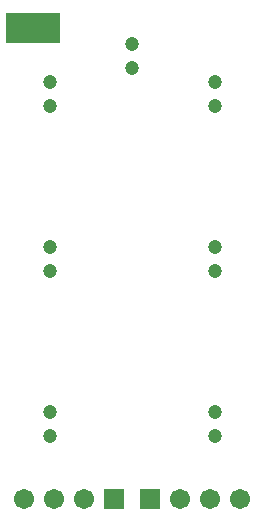
<source format=gbs>
G04*
G04 #@! TF.GenerationSoftware,Altium Limited,Altium Designer,20.1.14 (287)*
G04*
G04 Layer_Color=16711935*
%FSLAX25Y25*%
%MOIN*%
G70*
G04*
G04 #@! TF.SameCoordinates,21C75208-3808-4449-9246-B6B9823AEBA8*
G04*
G04*
G04 #@! TF.FilePolarity,Negative*
G04*
G01*
G75*
%ADD13R,0.18000X0.10000*%
%ADD22C,0.04737*%
%ADD23C,0.06706*%
%ADD24R,0.06706X0.06706*%
D13*
X227000Y299500D02*
D03*
D22*
X287500Y163500D02*
D03*
Y171500D02*
D03*
Y218500D02*
D03*
Y226500D02*
D03*
Y281500D02*
D03*
Y273500D02*
D03*
X260000Y294000D02*
D03*
Y286000D02*
D03*
X232500Y281500D02*
D03*
Y273500D02*
D03*
Y218500D02*
D03*
Y226500D02*
D03*
Y163500D02*
D03*
Y171500D02*
D03*
D23*
X224000Y142500D02*
D03*
X234000D02*
D03*
X244000D02*
D03*
X296000D02*
D03*
X286000D02*
D03*
X276000D02*
D03*
D24*
X254000D02*
D03*
X266000D02*
D03*
M02*

</source>
